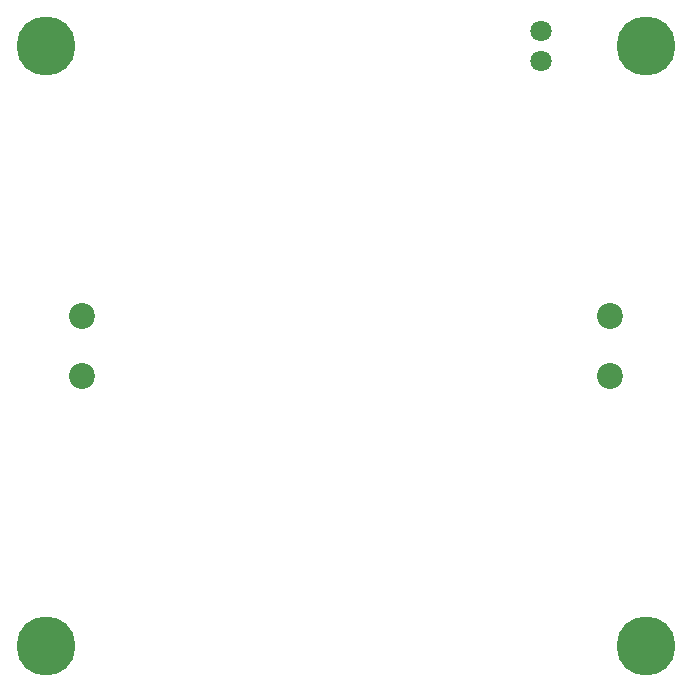
<source format=gbl>
G04 Layer: BottomLayer*
G04 Panelize: , Column: 2, Row: 2, Board Size: 58.42mm x 58.42mm, Panelized Board Size: 118.84mm x 118.84mm*
G04 EasyEDA v6.5.34, 2023-08-01 23:33:27*
G04 e813da22b39b4b048ad4b72b4fcfa076,5a6b42c53f6a479593ecc07194224c93,10*
G04 Gerber Generator version 0.2*
G04 Scale: 100 percent, Rotated: No, Reflected: No *
G04 Dimensions in millimeters *
G04 leading zeros omitted , absolute positions ,4 integer and 5 decimal *
%FSLAX45Y45*%
%MOMM*%

%ADD10C,2.2000*%
%ADD11C,5.0000*%
%ADD12C,1.8000*%

%LPD*%
D10*
G01*
X5156200Y2667000D03*
G01*
X5156200Y3175000D03*
G01*
X685800Y3175000D03*
G01*
X685800Y2667000D03*
D11*
G01*
X381000Y5461000D03*
G01*
X5461000Y5461000D03*
G01*
X5461000Y381000D03*
G01*
X381000Y381000D03*
D12*
G01*
X4572000Y5334000D03*
G01*
X4572000Y5588000D03*
M02*

</source>
